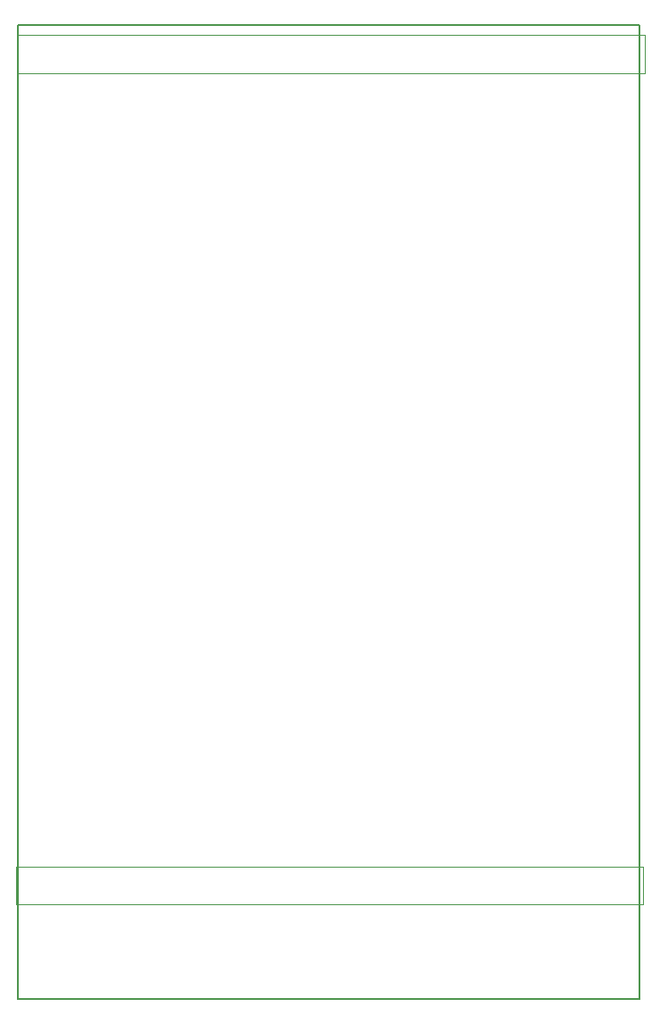
<source format=gbr>
%TF.GenerationSoftware,KiCad,Pcbnew,(5.99.0-13086-gffd1139cfe)*%
%TF.CreationDate,2021-11-22T18:43:28+08:00*%
%TF.ProjectId,Farini_EURO,46617269-6e69-45f4-9555-524f2e6b6963,rev?*%
%TF.SameCoordinates,Original*%
%TF.FileFunction,Other,User*%
%FSLAX46Y46*%
G04 Gerber Fmt 4.6, Leading zero omitted, Abs format (unit mm)*
G04 Created by KiCad (PCBNEW (5.99.0-13086-gffd1139cfe)) date 2021-11-22 18:43:28*
%MOMM*%
%LPD*%
G01*
G04 APERTURE LIST*
%TA.AperFunction,Profile*%
%ADD10C,0.150000*%
%TD*%
%ADD11C,0.050000*%
G04 APERTURE END LIST*
D10*
X47205489Y-140455901D02*
X106135489Y-140455901D01*
X47205489Y-48154626D02*
X47205489Y-140455901D01*
X106135489Y-48154626D02*
X47205489Y-48154626D01*
X106135489Y-140455901D02*
X106135489Y-48154626D01*
D11*
%TO.C,J2*%
X106567318Y-52755489D02*
X106567318Y-49155489D01*
X106567318Y-49155489D02*
X47117318Y-49155489D01*
X47117318Y-52755489D02*
X106567318Y-52755489D01*
X47117318Y-49155489D02*
X47117318Y-52755489D01*
X106440489Y-127905489D02*
X46990489Y-127905489D01*
X46990489Y-127905489D02*
X46990489Y-131505489D01*
X46990489Y-131505489D02*
X106440489Y-131505489D01*
X106440489Y-131505489D02*
X106440489Y-127905489D01*
%TD*%
M02*

</source>
